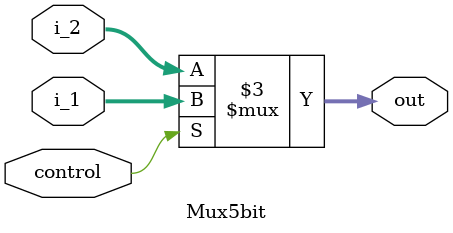
<source format=v>
`timescale 1ns / 1ps


module Mux5bit(control, i_1, i_2, out);
input control;
input [4:0] i_1;
input [4:0] i_2;
output reg [4:0] out;
always @(*) begin
    if (control)
        out = i_1;
    else 
        out = i_2;
end
endmodule


</source>
